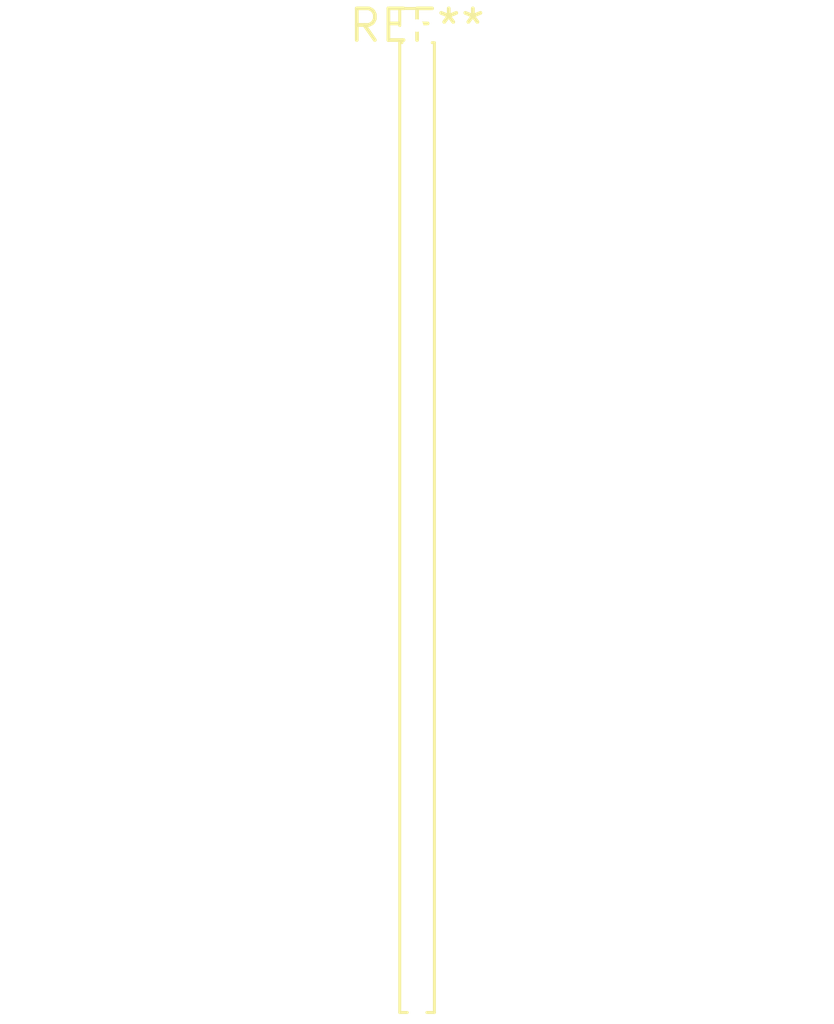
<source format=kicad_pcb>
(kicad_pcb (version 20240108) (generator pcbnew)
  (layers (0 "F.Cu" signal) (31 "B.Cu" signal) (34 "B.Paste" user) (35 "F.Paste" user) (36 "B.SilkS" user "B.Silkscreen") (37 "F.SilkS" user "F.Silkscreen") (38 "B.Mask" user) (39 "F.Mask" user) (44 "Edge.Cuts" user))
  (net 0 "")
  (footprint "PinHeader_1x40_P1.00mm_Vertical" (layer "F.Cu") (at 0 0)
    (property "Reference" "REF**")
    (property "Value" "PinHeader_1x40_P1.00mm_Vertical")
    (fp_line (start -0.695 -0.685) (end 0 -0.685) (layer "F.SilkS") (stroke (width 0.12)))
    (fp_line (start -0.695 0) (end -0.695 -0.685) (layer "F.SilkS") (stroke (width 0.12)))
    (fp_line (start -0.695 0.685) (end -0.695 39.56) (layer "F.SilkS") (stroke (width 0.12)))
    (fp_line (start -0.695 0.685) (end -0.608276 0.685) (layer "F.SilkS") (stroke (width 0.12)))
    (fp_line (start -0.695 39.56) (end -0.394493 39.56) (layer "F.SilkS") (stroke (width 0.12)))
    (fp_line (start 0.394493 39.56) (end 0.695 39.56) (layer "F.SilkS") (stroke (width 0.12)))
    (fp_line (start 0.608276 0.685) (end 0.695 0.685) (layer "F.SilkS") (stroke (width 0.12)))
    (fp_line (start 0.695 0.685) (end 0.695 39.56) (layer "F.SilkS") (stroke (width 0.12)))
    (pad "1" thru_hole rect (at 0 0) (size 0.85 0.85) (drill 0.5) (layers *.Cu *.Mask) (remove_unused_layers))
    (pad "2" thru_hole oval (at 0 1) (size 0.85 0.85) (drill 0.5) (layers *.Cu *.Mask) (remove_unused_layers))
    (pad "3" thru_hole oval (at 0 2) (size 0.85 0.85) (drill 0.5) (layers *.Cu *.Mask) (remove_unused_layers))
    (pad "4" thru_hole oval (at 0 3) (size 0.85 0.85) (drill 0.5) (layers *.Cu *.Mask) (remove_unused_layers))
    (pad "5" thru_hole oval (at 0 4) (size 0.85 0.85) (drill 0.5) (layers *.Cu *.Mask) (remove_unused_layers))
    (pad "6" thru_hole oval (at 0 5) (size 0.85 0.85) (drill 0.5) (layers *.Cu *.Mask) (remove_unused_layers))
    (pad "7" thru_hole oval (at 0 6) (size 0.85 0.85) (drill 0.5) (layers *.Cu *.Mask) (remove_unused_layers))
    (pad "8" thru_hole oval (at 0 7) (size 0.85 0.85) (drill 0.5) (layers *.Cu *.Mask) (remove_unused_layers))
    (pad "9" thru_hole oval (at 0 8) (size 0.85 0.85) (drill 0.5) (layers *.Cu *.Mask) (remove_unused_layers))
    (pad "10" thru_hole oval (at 0 9) (size 0.85 0.85) (drill 0.5) (layers *.Cu *.Mask) (remove_unused_layers))
    (pad "11" thru_hole oval (at 0 10) (size 0.85 0.85) (drill 0.5) (layers *.Cu *.Mask) (remove_unused_layers))
    (pad "12" thru_hole oval (at 0 11) (size 0.85 0.85) (drill 0.5) (layers *.Cu *.Mask) (remove_unused_layers))
    (pad "13" thru_hole oval (at 0 12) (size 0.85 0.85) (drill 0.5) (layers *.Cu *.Mask) (remove_unused_layers))
    (pad "14" thru_hole oval (at 0 13) (size 0.85 0.85) (drill 0.5) (layers *.Cu *.Mask) (remove_unused_layers))
    (pad "15" thru_hole oval (at 0 14) (size 0.85 0.85) (drill 0.5) (layers *.Cu *.Mask) (remove_unused_layers))
    (pad "16" thru_hole oval (at 0 15) (size 0.85 0.85) (drill 0.5) (layers *.Cu *.Mask) (remove_unused_layers))
    (pad "17" thru_hole oval (at 0 16) (size 0.85 0.85) (drill 0.5) (layers *.Cu *.Mask) (remove_unused_layers))
    (pad "18" thru_hole oval (at 0 17) (size 0.85 0.85) (drill 0.5) (layers *.Cu *.Mask) (remove_unused_layers))
    (pad "19" thru_hole oval (at 0 18) (size 0.85 0.85) (drill 0.5) (layers *.Cu *.Mask) (remove_unused_layers))
    (pad "20" thru_hole oval (at 0 19) (size 0.85 0.85) (drill 0.5) (layers *.Cu *.Mask) (remove_unused_layers))
    (pad "21" thru_hole oval (at 0 20) (size 0.85 0.85) (drill 0.5) (layers *.Cu *.Mask) (remove_unused_layers))
    (pad "22" thru_hole oval (at 0 21) (size 0.85 0.85) (drill 0.5) (layers *.Cu *.Mask) (remove_unused_layers))
    (pad "23" thru_hole oval (at 0 22) (size 0.85 0.85) (drill 0.5) (layers *.Cu *.Mask) (remove_unused_layers))
    (pad "24" thru_hole oval (at 0 23) (size 0.85 0.85) (drill 0.5) (layers *.Cu *.Mask) (remove_unused_layers))
    (pad "25" thru_hole oval (at 0 24) (size 0.85 0.85) (drill 0.5) (layers *.Cu *.Mask) (remove_unused_layers))
    (pad "26" thru_hole oval (at 0 25) (size 0.85 0.85) (drill 0.5) (layers *.Cu *.Mask) (remove_unused_layers))
    (pad "27" thru_hole oval (at 0 26) (size 0.85 0.85) (drill 0.5) (layers *.Cu *.Mask) (remove_unused_layers))
    (pad "28" thru_hole oval (at 0 27) (size 0.85 0.85) (drill 0.5) (layers *.Cu *.Mask) (remove_unused_layers))
    (pad "29" thru_hole oval (at 0 28) (size 0.85 0.85) (drill 0.5) (layers *.Cu *.Mask) (remove_unused_layers))
    (pad "30" thru_hole oval (at 0 29) (size 0.85 0.85) (drill 0.5) (layers *.Cu *.Mask) (remove_unused_layers))
    (pad "31" thru_hole oval (at 0 30) (size 0.85 0.85) (drill 0.5) (layers *.Cu *.Mask) (remove_unused_layers))
    (pad "32" thru_hole oval (at 0 31) (size 0.85 0.85) (drill 0.5) (layers *.Cu *.Mask) (remove_unused_layers))
    (pad "33" thru_hole oval (at 0 32) (size 0.85 0.85) (drill 0.5) (layers *.Cu *.Mask) (remove_unused_layers))
    (pad "34" thru_hole oval (at 0 33) (size 0.85 0.85) (drill 0.5) (layers *.Cu *.Mask) (remove_unused_layers))
    (pad "35" thru_hole oval (at 0 34) (size 0.85 0.85) (drill 0.5) (layers *.Cu *.Mask) (remove_unused_layers))
    (pad "36" thru_hole oval (at 0 35) (size 0.85 0.85) (drill 0.5) (layers *.Cu *.Mask) (remove_unused_layers))
    (pad "37" thru_hole oval (at 0 36) (size 0.85 0.85) (drill 0.5) (layers *.Cu *.Mask) (remove_unused_layers))
    (pad "38" thru_hole oval (at 0 37) (size 0.85 0.85) (drill 0.5) (layers *.Cu *.Mask) (remove_unused_layers))
    (pad "39" thru_hole oval (at 0 38) (size 0.85 0.85) (drill 0.5) (layers *.Cu *.Mask) (remove_unused_layers))
    (pad "40" thru_hole oval (at 0 39) (size 0.85 0.85) (drill 0.5) (layers *.Cu *.Mask) (remove_unused_layers))
  )
)
</source>
